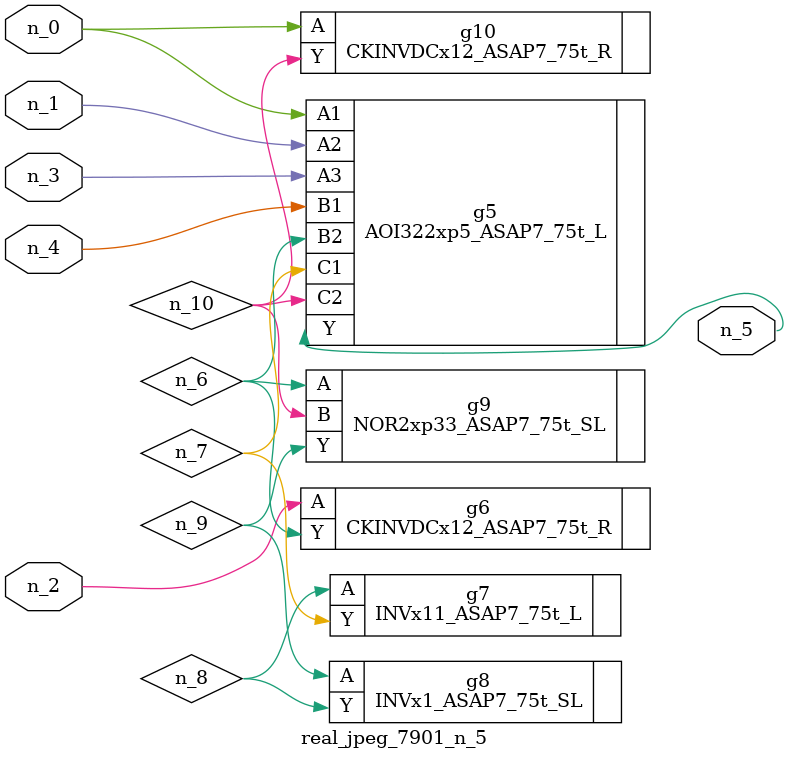
<source format=v>
module real_jpeg_7901_n_5 (n_4, n_0, n_1, n_2, n_3, n_5);

input n_4;
input n_0;
input n_1;
input n_2;
input n_3;

output n_5;

wire n_8;
wire n_6;
wire n_7;
wire n_10;
wire n_9;

AOI322xp5_ASAP7_75t_L g5 ( 
.A1(n_0),
.A2(n_1),
.A3(n_3),
.B1(n_4),
.B2(n_6),
.C1(n_7),
.C2(n_10),
.Y(n_5)
);

CKINVDCx12_ASAP7_75t_R g10 ( 
.A(n_0),
.Y(n_10)
);

CKINVDCx12_ASAP7_75t_R g6 ( 
.A(n_2),
.Y(n_6)
);

NOR2xp33_ASAP7_75t_SL g9 ( 
.A(n_6),
.B(n_10),
.Y(n_9)
);

INVx11_ASAP7_75t_L g7 ( 
.A(n_8),
.Y(n_7)
);

INVx1_ASAP7_75t_SL g8 ( 
.A(n_9),
.Y(n_8)
);


endmodule
</source>
